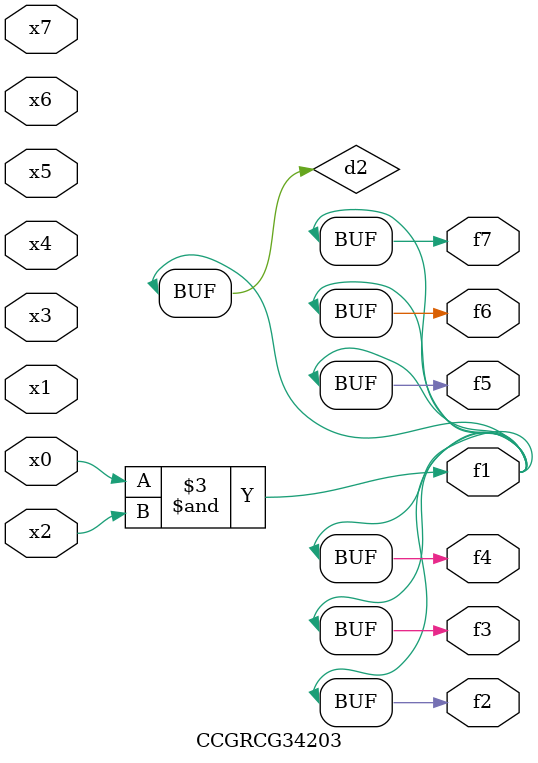
<source format=v>
module CCGRCG34203(
	input x0, x1, x2, x3, x4, x5, x6, x7,
	output f1, f2, f3, f4, f5, f6, f7
);

	wire d1, d2;

	nor (d1, x3, x6);
	and (d2, x0, x2);
	assign f1 = d2;
	assign f2 = d2;
	assign f3 = d2;
	assign f4 = d2;
	assign f5 = d2;
	assign f6 = d2;
	assign f7 = d2;
endmodule

</source>
